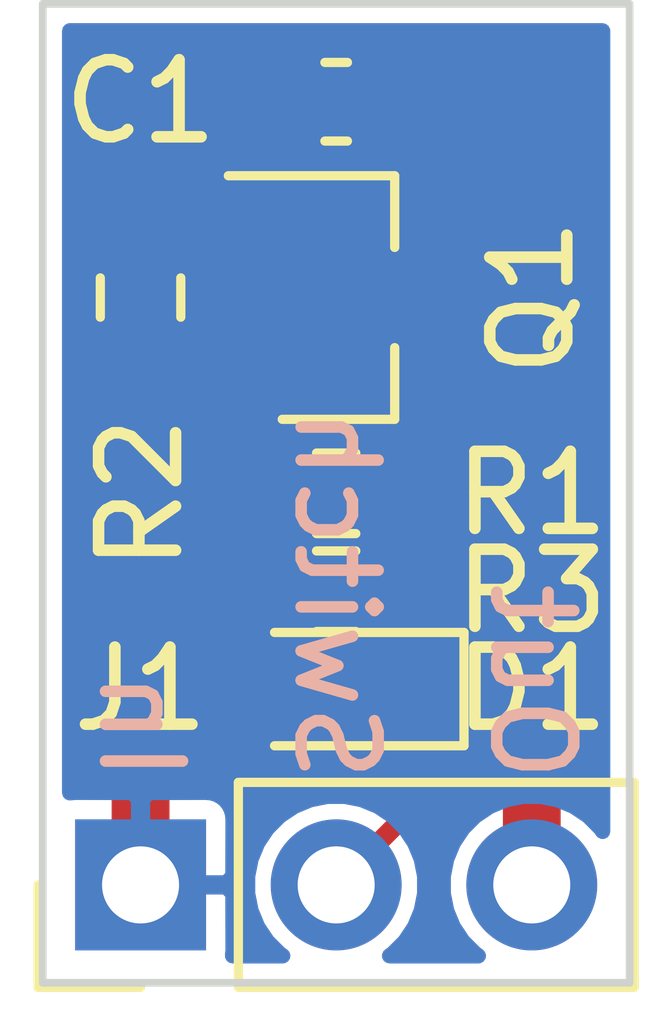
<source format=kicad_pcb>
(kicad_pcb (version 20171130) (host pcbnew 5.1.8)

  (general
    (thickness 1.6)
    (drawings 7)
    (tracks 23)
    (zones 0)
    (modules 7)
    (nets 6)
  )

  (page A4)
  (layers
    (0 F.Cu signal)
    (31 B.Cu signal)
    (32 B.Adhes user)
    (33 F.Adhes user)
    (34 B.Paste user)
    (35 F.Paste user)
    (36 B.SilkS user)
    (37 F.SilkS user)
    (38 B.Mask user)
    (39 F.Mask user)
    (40 Dwgs.User user)
    (41 Cmts.User user)
    (42 Eco1.User user)
    (43 Eco2.User user)
    (44 Edge.Cuts user)
    (45 Margin user)
    (46 B.CrtYd user)
    (47 F.CrtYd user)
    (48 B.Fab user)
    (49 F.Fab user hide)
  )

  (setup
    (last_trace_width 0.25)
    (user_trace_width 0.75)
    (user_trace_width 1)
    (trace_clearance 0.2)
    (zone_clearance 0.508)
    (zone_45_only no)
    (trace_min 0.2)
    (via_size 0.8)
    (via_drill 0.4)
    (via_min_size 0.4)
    (via_min_drill 0.3)
    (uvia_size 0.3)
    (uvia_drill 0.1)
    (uvias_allowed no)
    (uvia_min_size 0.2)
    (uvia_min_drill 0.1)
    (edge_width 0.1)
    (segment_width 0.2)
    (pcb_text_width 0.3)
    (pcb_text_size 1.5 1.5)
    (mod_edge_width 0.15)
    (mod_text_size 1 1)
    (mod_text_width 0.15)
    (pad_size 1.524 1.524)
    (pad_drill 0.762)
    (pad_to_mask_clearance 0)
    (aux_axis_origin 0 0)
    (visible_elements FFFFFF7F)
    (pcbplotparams
      (layerselection 0x010fc_ffffffff)
      (usegerberextensions false)
      (usegerberattributes true)
      (usegerberadvancedattributes true)
      (creategerberjobfile true)
      (excludeedgelayer true)
      (linewidth 0.100000)
      (plotframeref false)
      (viasonmask false)
      (mode 1)
      (useauxorigin false)
      (hpglpennumber 1)
      (hpglpenspeed 20)
      (hpglpendiameter 15.000000)
      (psnegative false)
      (psa4output false)
      (plotreference true)
      (plotvalue true)
      (plotinvisibletext false)
      (padsonsilk false)
      (subtractmaskfromsilk false)
      (outputformat 1)
      (mirror false)
      (drillshape 1)
      (scaleselection 1)
      (outputdirectory ""))
  )

  (net 0 "")
  (net 1 "Net-(C1-Pad1)")
  (net 2 "Net-(C1-Pad2)")
  (net 3 "Net-(D1-Pad1)")
  (net 4 "Net-(D1-Pad2)")
  (net 5 "Net-(J1-Pad1)")

  (net_class Default "This is the default net class."
    (clearance 0.2)
    (trace_width 0.25)
    (via_dia 0.8)
    (via_drill 0.4)
    (uvia_dia 0.3)
    (uvia_drill 0.1)
    (add_net "Net-(C1-Pad1)")
    (add_net "Net-(C1-Pad2)")
    (add_net "Net-(D1-Pad1)")
    (add_net "Net-(D1-Pad2)")
    (add_net "Net-(J1-Pad1)")
  )

  (module Capacitor_SMD:C_0603_1608Metric_Pad1.08x0.95mm_HandSolder (layer F.Cu) (tedit 5F68FEEF) (tstamp 5FF1DAF6)
    (at 50.8 40.64 180)
    (descr "Capacitor SMD 0603 (1608 Metric), square (rectangular) end terminal, IPC_7351 nominal with elongated pad for handsoldering. (Body size source: IPC-SM-782 page 76, https://www.pcb-3d.com/wordpress/wp-content/uploads/ipc-sm-782a_amendment_1_and_2.pdf), generated with kicad-footprint-generator")
    (tags "capacitor handsolder")
    (path /600B1D86)
    (attr smd)
    (fp_text reference C1 (at 2.54 0) (layer F.SilkS)
      (effects (font (size 1 1) (thickness 0.15)))
    )
    (fp_text value 1n (at 0 1.43) (layer F.Fab)
      (effects (font (size 1 1) (thickness 0.15)))
    )
    (fp_line (start 1.65 0.73) (end -1.65 0.73) (layer F.CrtYd) (width 0.05))
    (fp_line (start 1.65 -0.73) (end 1.65 0.73) (layer F.CrtYd) (width 0.05))
    (fp_line (start -1.65 -0.73) (end 1.65 -0.73) (layer F.CrtYd) (width 0.05))
    (fp_line (start -1.65 0.73) (end -1.65 -0.73) (layer F.CrtYd) (width 0.05))
    (fp_line (start -0.146267 0.51) (end 0.146267 0.51) (layer F.SilkS) (width 0.12))
    (fp_line (start -0.146267 -0.51) (end 0.146267 -0.51) (layer F.SilkS) (width 0.12))
    (fp_line (start 0.8 0.4) (end -0.8 0.4) (layer F.Fab) (width 0.1))
    (fp_line (start 0.8 -0.4) (end 0.8 0.4) (layer F.Fab) (width 0.1))
    (fp_line (start -0.8 -0.4) (end 0.8 -0.4) (layer F.Fab) (width 0.1))
    (fp_line (start -0.8 0.4) (end -0.8 -0.4) (layer F.Fab) (width 0.1))
    (fp_text user %R (at 0 0) (layer F.Fab)
      (effects (font (size 0.4 0.4) (thickness 0.06)))
    )
    (pad 1 smd roundrect (at -0.8625 0 180) (size 1.075 0.95) (layers F.Cu F.Paste F.Mask) (roundrect_rratio 0.25)
      (net 1 "Net-(C1-Pad1)"))
    (pad 2 smd roundrect (at 0.8625 0 180) (size 1.075 0.95) (layers F.Cu F.Paste F.Mask) (roundrect_rratio 0.25)
      (net 2 "Net-(C1-Pad2)"))
    (model ${KISYS3DMOD}/Capacitor_SMD.3dshapes/C_0603_1608Metric.wrl
      (at (xyz 0 0 0))
      (scale (xyz 1 1 1))
      (rotate (xyz 0 0 0))
    )
  )

  (module LED_SMD:LED_0603_1608Metric_Pad1.05x0.95mm_HandSolder (layer F.Cu) (tedit 5F68FEF1) (tstamp 5FF1DB09)
    (at 50.8 48.26 180)
    (descr "LED SMD 0603 (1608 Metric), square (rectangular) end terminal, IPC_7351 nominal, (Body size source: http://www.tortai-tech.com/upload/download/2011102023233369053.pdf), generated with kicad-footprint-generator")
    (tags "LED handsolder")
    (path /608E102D)
    (attr smd)
    (fp_text reference D1 (at -2.54 0) (layer F.SilkS)
      (effects (font (size 1 1) (thickness 0.15)))
    )
    (fp_text value LED (at 0 1.43) (layer F.Fab)
      (effects (font (size 1 1) (thickness 0.15)))
    )
    (fp_line (start 1.65 0.73) (end -1.65 0.73) (layer F.CrtYd) (width 0.05))
    (fp_line (start 1.65 -0.73) (end 1.65 0.73) (layer F.CrtYd) (width 0.05))
    (fp_line (start -1.65 -0.73) (end 1.65 -0.73) (layer F.CrtYd) (width 0.05))
    (fp_line (start -1.65 0.73) (end -1.65 -0.73) (layer F.CrtYd) (width 0.05))
    (fp_line (start -1.66 0.735) (end 0.8 0.735) (layer F.SilkS) (width 0.12))
    (fp_line (start -1.66 -0.735) (end -1.66 0.735) (layer F.SilkS) (width 0.12))
    (fp_line (start 0.8 -0.735) (end -1.66 -0.735) (layer F.SilkS) (width 0.12))
    (fp_line (start 0.8 0.4) (end 0.8 -0.4) (layer F.Fab) (width 0.1))
    (fp_line (start -0.8 0.4) (end 0.8 0.4) (layer F.Fab) (width 0.1))
    (fp_line (start -0.8 -0.1) (end -0.8 0.4) (layer F.Fab) (width 0.1))
    (fp_line (start -0.5 -0.4) (end -0.8 -0.1) (layer F.Fab) (width 0.1))
    (fp_line (start 0.8 -0.4) (end -0.5 -0.4) (layer F.Fab) (width 0.1))
    (fp_text user %R (at 0 0) (layer F.Fab)
      (effects (font (size 0.4 0.4) (thickness 0.06)))
    )
    (pad 1 smd roundrect (at -0.875 0 180) (size 1.05 0.95) (layers F.Cu F.Paste F.Mask) (roundrect_rratio 0.25)
      (net 3 "Net-(D1-Pad1)"))
    (pad 2 smd roundrect (at 0.875 0 180) (size 1.05 0.95) (layers F.Cu F.Paste F.Mask) (roundrect_rratio 0.25)
      (net 4 "Net-(D1-Pad2)"))
    (model ${KISYS3DMOD}/LED_SMD.3dshapes/LED_0603_1608Metric.wrl
      (at (xyz 0 0 0))
      (scale (xyz 1 1 1))
      (rotate (xyz 0 0 0))
    )
  )

  (module Connector_PinHeader_2.54mm:PinHeader_1x03_P2.54mm_Vertical (layer F.Cu) (tedit 59FED5CC) (tstamp 5FF1DB20)
    (at 48.26 50.8 90)
    (descr "Through hole straight pin header, 1x03, 2.54mm pitch, single row")
    (tags "Through hole pin header THT 1x03 2.54mm single row")
    (path /60BD7A40)
    (fp_text reference J1 (at 2.54 0) (layer F.SilkS)
      (effects (font (size 1 1) (thickness 0.15)))
    )
    (fp_text value Conn_01x03 (at 0 7.41 90) (layer F.Fab)
      (effects (font (size 1 1) (thickness 0.15)))
    )
    (fp_line (start 1.8 -1.8) (end -1.8 -1.8) (layer F.CrtYd) (width 0.05))
    (fp_line (start 1.8 6.85) (end 1.8 -1.8) (layer F.CrtYd) (width 0.05))
    (fp_line (start -1.8 6.85) (end 1.8 6.85) (layer F.CrtYd) (width 0.05))
    (fp_line (start -1.8 -1.8) (end -1.8 6.85) (layer F.CrtYd) (width 0.05))
    (fp_line (start -1.33 -1.33) (end 0 -1.33) (layer F.SilkS) (width 0.12))
    (fp_line (start -1.33 0) (end -1.33 -1.33) (layer F.SilkS) (width 0.12))
    (fp_line (start -1.33 1.27) (end 1.33 1.27) (layer F.SilkS) (width 0.12))
    (fp_line (start 1.33 1.27) (end 1.33 6.41) (layer F.SilkS) (width 0.12))
    (fp_line (start -1.33 1.27) (end -1.33 6.41) (layer F.SilkS) (width 0.12))
    (fp_line (start -1.33 6.41) (end 1.33 6.41) (layer F.SilkS) (width 0.12))
    (fp_line (start -1.27 -0.635) (end -0.635 -1.27) (layer F.Fab) (width 0.1))
    (fp_line (start -1.27 6.35) (end -1.27 -0.635) (layer F.Fab) (width 0.1))
    (fp_line (start 1.27 6.35) (end -1.27 6.35) (layer F.Fab) (width 0.1))
    (fp_line (start 1.27 -1.27) (end 1.27 6.35) (layer F.Fab) (width 0.1))
    (fp_line (start -0.635 -1.27) (end 1.27 -1.27) (layer F.Fab) (width 0.1))
    (fp_text user %R (at 0 2.54) (layer F.Fab)
      (effects (font (size 1 1) (thickness 0.15)))
    )
    (pad 1 thru_hole rect (at 0 0 90) (size 1.7 1.7) (drill 1) (layers *.Cu *.Mask)
      (net 5 "Net-(J1-Pad1)"))
    (pad 2 thru_hole oval (at 0 2.54 90) (size 1.7 1.7) (drill 1) (layers *.Cu *.Mask)
      (net 3 "Net-(D1-Pad1)"))
    (pad 3 thru_hole oval (at 0 5.08 90) (size 1.7 1.7) (drill 1) (layers *.Cu *.Mask)
      (net 1 "Net-(C1-Pad1)"))
    (model ${KISYS3DMOD}/Connector_PinHeader_2.54mm.3dshapes/PinHeader_1x03_P2.54mm_Vertical.wrl
      (at (xyz 0 0 0))
      (scale (xyz 1 1 1))
      (rotate (xyz 0 0 0))
    )
  )

  (module Package_TO_SOT_SMD:SOT-23 (layer F.Cu) (tedit 5A02FF57) (tstamp 5FF1DB35)
    (at 50.8 43.18)
    (descr "SOT-23, Standard")
    (tags SOT-23)
    (path /60086823)
    (attr smd)
    (fp_text reference Q1 (at 2.54 0 90) (layer F.SilkS)
      (effects (font (size 1 1) (thickness 0.15)))
    )
    (fp_text value SSM3J378R (at 0 2.5) (layer F.Fab)
      (effects (font (size 1 1) (thickness 0.15)))
    )
    (fp_line (start 0.76 1.58) (end -0.7 1.58) (layer F.SilkS) (width 0.12))
    (fp_line (start 0.76 -1.58) (end -1.4 -1.58) (layer F.SilkS) (width 0.12))
    (fp_line (start -1.7 1.75) (end -1.7 -1.75) (layer F.CrtYd) (width 0.05))
    (fp_line (start 1.7 1.75) (end -1.7 1.75) (layer F.CrtYd) (width 0.05))
    (fp_line (start 1.7 -1.75) (end 1.7 1.75) (layer F.CrtYd) (width 0.05))
    (fp_line (start -1.7 -1.75) (end 1.7 -1.75) (layer F.CrtYd) (width 0.05))
    (fp_line (start 0.76 -1.58) (end 0.76 -0.65) (layer F.SilkS) (width 0.12))
    (fp_line (start 0.76 1.58) (end 0.76 0.65) (layer F.SilkS) (width 0.12))
    (fp_line (start -0.7 1.52) (end 0.7 1.52) (layer F.Fab) (width 0.1))
    (fp_line (start 0.7 -1.52) (end 0.7 1.52) (layer F.Fab) (width 0.1))
    (fp_line (start -0.7 -0.95) (end -0.15 -1.52) (layer F.Fab) (width 0.1))
    (fp_line (start -0.15 -1.52) (end 0.7 -1.52) (layer F.Fab) (width 0.1))
    (fp_line (start -0.7 -0.95) (end -0.7 1.5) (layer F.Fab) (width 0.1))
    (fp_text user %R (at 0 0 90) (layer F.Fab)
      (effects (font (size 0.5 0.5) (thickness 0.075)))
    )
    (pad 1 smd rect (at -1 -0.95) (size 0.9 0.8) (layers F.Cu F.Paste F.Mask)
      (net 2 "Net-(C1-Pad2)"))
    (pad 2 smd rect (at -1 0.95) (size 0.9 0.8) (layers F.Cu F.Paste F.Mask)
      (net 5 "Net-(J1-Pad1)"))
    (pad 3 smd rect (at 1 0) (size 0.9 0.8) (layers F.Cu F.Paste F.Mask)
      (net 1 "Net-(C1-Pad1)"))
    (model ${KISYS3DMOD}/Package_TO_SOT_SMD.3dshapes/SOT-23.wrl
      (at (xyz 0 0 0))
      (scale (xyz 1 1 1))
      (rotate (xyz 0 0 0))
    )
  )

  (module Resistor_SMD:R_0603_1608Metric_Pad0.98x0.95mm_HandSolder (layer F.Cu) (tedit 5F68FEEE) (tstamp 5FF1DB46)
    (at 50.8 45.72)
    (descr "Resistor SMD 0603 (1608 Metric), square (rectangular) end terminal, IPC_7351 nominal with elongated pad for handsoldering. (Body size source: IPC-SM-782 page 72, https://www.pcb-3d.com/wordpress/wp-content/uploads/ipc-sm-782a_amendment_1_and_2.pdf), generated with kicad-footprint-generator")
    (tags "resistor handsolder")
    (path /60086815)
    (attr smd)
    (fp_text reference R1 (at 2.54 0) (layer F.SilkS)
      (effects (font (size 1 1) (thickness 0.15)))
    )
    (fp_text value 10K (at 0 1.43) (layer F.Fab)
      (effects (font (size 1 1) (thickness 0.15)))
    )
    (fp_line (start 1.65 0.73) (end -1.65 0.73) (layer F.CrtYd) (width 0.05))
    (fp_line (start 1.65 -0.73) (end 1.65 0.73) (layer F.CrtYd) (width 0.05))
    (fp_line (start -1.65 -0.73) (end 1.65 -0.73) (layer F.CrtYd) (width 0.05))
    (fp_line (start -1.65 0.73) (end -1.65 -0.73) (layer F.CrtYd) (width 0.05))
    (fp_line (start -0.254724 0.5225) (end 0.254724 0.5225) (layer F.SilkS) (width 0.12))
    (fp_line (start -0.254724 -0.5225) (end 0.254724 -0.5225) (layer F.SilkS) (width 0.12))
    (fp_line (start 0.8 0.4125) (end -0.8 0.4125) (layer F.Fab) (width 0.1))
    (fp_line (start 0.8 -0.4125) (end 0.8 0.4125) (layer F.Fab) (width 0.1))
    (fp_line (start -0.8 -0.4125) (end 0.8 -0.4125) (layer F.Fab) (width 0.1))
    (fp_line (start -0.8 0.4125) (end -0.8 -0.4125) (layer F.Fab) (width 0.1))
    (fp_text user %R (at 0 0) (layer F.Fab)
      (effects (font (size 0.4 0.4) (thickness 0.06)))
    )
    (pad 1 smd roundrect (at -0.9125 0) (size 0.975 0.95) (layers F.Cu F.Paste F.Mask) (roundrect_rratio 0.25)
      (net 2 "Net-(C1-Pad2)"))
    (pad 2 smd roundrect (at 0.9125 0) (size 0.975 0.95) (layers F.Cu F.Paste F.Mask) (roundrect_rratio 0.25)
      (net 3 "Net-(D1-Pad1)"))
    (model ${KISYS3DMOD}/Resistor_SMD.3dshapes/R_0603_1608Metric.wrl
      (at (xyz 0 0 0))
      (scale (xyz 1 1 1))
      (rotate (xyz 0 0 0))
    )
  )

  (module Resistor_SMD:R_0603_1608Metric_Pad0.98x0.95mm_HandSolder (layer F.Cu) (tedit 5F68FEEE) (tstamp 5FF1DB57)
    (at 48.26 43.18 270)
    (descr "Resistor SMD 0603 (1608 Metric), square (rectangular) end terminal, IPC_7351 nominal with elongated pad for handsoldering. (Body size source: IPC-SM-782 page 72, https://www.pcb-3d.com/wordpress/wp-content/uploads/ipc-sm-782a_amendment_1_and_2.pdf), generated with kicad-footprint-generator")
    (tags "resistor handsolder")
    (path /6008681D)
    (attr smd)
    (fp_text reference R2 (at 2.54 0 90) (layer F.SilkS)
      (effects (font (size 1 1) (thickness 0.15)))
    )
    (fp_text value 100K (at 0 1.43 90) (layer F.Fab)
      (effects (font (size 1 1) (thickness 0.15)))
    )
    (fp_text user %R (at 0 0 90) (layer F.Fab)
      (effects (font (size 0.4 0.4) (thickness 0.06)))
    )
    (fp_line (start -0.8 0.4125) (end -0.8 -0.4125) (layer F.Fab) (width 0.1))
    (fp_line (start -0.8 -0.4125) (end 0.8 -0.4125) (layer F.Fab) (width 0.1))
    (fp_line (start 0.8 -0.4125) (end 0.8 0.4125) (layer F.Fab) (width 0.1))
    (fp_line (start 0.8 0.4125) (end -0.8 0.4125) (layer F.Fab) (width 0.1))
    (fp_line (start -0.254724 -0.5225) (end 0.254724 -0.5225) (layer F.SilkS) (width 0.12))
    (fp_line (start -0.254724 0.5225) (end 0.254724 0.5225) (layer F.SilkS) (width 0.12))
    (fp_line (start -1.65 0.73) (end -1.65 -0.73) (layer F.CrtYd) (width 0.05))
    (fp_line (start -1.65 -0.73) (end 1.65 -0.73) (layer F.CrtYd) (width 0.05))
    (fp_line (start 1.65 -0.73) (end 1.65 0.73) (layer F.CrtYd) (width 0.05))
    (fp_line (start 1.65 0.73) (end -1.65 0.73) (layer F.CrtYd) (width 0.05))
    (pad 2 smd roundrect (at 0.9125 0 270) (size 0.975 0.95) (layers F.Cu F.Paste F.Mask) (roundrect_rratio 0.25)
      (net 5 "Net-(J1-Pad1)"))
    (pad 1 smd roundrect (at -0.9125 0 270) (size 0.975 0.95) (layers F.Cu F.Paste F.Mask) (roundrect_rratio 0.25)
      (net 2 "Net-(C1-Pad2)"))
    (model ${KISYS3DMOD}/Resistor_SMD.3dshapes/R_0603_1608Metric.wrl
      (at (xyz 0 0 0))
      (scale (xyz 1 1 1))
      (rotate (xyz 0 0 0))
    )
  )

  (module Resistor_SMD:R_0603_1608Metric_Pad0.98x0.95mm_HandSolder (layer F.Cu) (tedit 5F68FEEE) (tstamp 5FF1DB68)
    (at 50.8 46.99)
    (descr "Resistor SMD 0603 (1608 Metric), square (rectangular) end terminal, IPC_7351 nominal with elongated pad for handsoldering. (Body size source: IPC-SM-782 page 72, https://www.pcb-3d.com/wordpress/wp-content/uploads/ipc-sm-782a_amendment_1_and_2.pdf), generated with kicad-footprint-generator")
    (tags "resistor handsolder")
    (path /608E1033)
    (attr smd)
    (fp_text reference R3 (at 2.54 0) (layer F.SilkS)
      (effects (font (size 1 1) (thickness 0.15)))
    )
    (fp_text value 10K (at 0 1.43) (layer F.Fab)
      (effects (font (size 1 1) (thickness 0.15)))
    )
    (fp_line (start 1.65 0.73) (end -1.65 0.73) (layer F.CrtYd) (width 0.05))
    (fp_line (start 1.65 -0.73) (end 1.65 0.73) (layer F.CrtYd) (width 0.05))
    (fp_line (start -1.65 -0.73) (end 1.65 -0.73) (layer F.CrtYd) (width 0.05))
    (fp_line (start -1.65 0.73) (end -1.65 -0.73) (layer F.CrtYd) (width 0.05))
    (fp_line (start -0.254724 0.5225) (end 0.254724 0.5225) (layer F.SilkS) (width 0.12))
    (fp_line (start -0.254724 -0.5225) (end 0.254724 -0.5225) (layer F.SilkS) (width 0.12))
    (fp_line (start 0.8 0.4125) (end -0.8 0.4125) (layer F.Fab) (width 0.1))
    (fp_line (start 0.8 -0.4125) (end 0.8 0.4125) (layer F.Fab) (width 0.1))
    (fp_line (start -0.8 -0.4125) (end 0.8 -0.4125) (layer F.Fab) (width 0.1))
    (fp_line (start -0.8 0.4125) (end -0.8 -0.4125) (layer F.Fab) (width 0.1))
    (fp_text user %R (at 0 0) (layer F.Fab)
      (effects (font (size 0.4 0.4) (thickness 0.06)))
    )
    (pad 1 smd roundrect (at -0.9125 0) (size 0.975 0.95) (layers F.Cu F.Paste F.Mask) (roundrect_rratio 0.25)
      (net 5 "Net-(J1-Pad1)"))
    (pad 2 smd roundrect (at 0.9125 0) (size 0.975 0.95) (layers F.Cu F.Paste F.Mask) (roundrect_rratio 0.25)
      (net 4 "Net-(D1-Pad2)"))
    (model ${KISYS3DMOD}/Resistor_SMD.3dshapes/R_0603_1608Metric.wrl
      (at (xyz 0 0 0))
      (scale (xyz 1 1 1))
      (rotate (xyz 0 0 0))
    )
  )

  (gr_text Out (at 53.34 49.53 270) (layer B.SilkS) (tstamp 5FF1E73A)
    (effects (font (size 1 1) (thickness 0.15)) (justify left mirror))
  )
  (gr_text Switch (at 50.8 49.53 270) (layer B.SilkS) (tstamp 5FF1E73A)
    (effects (font (size 1 1) (thickness 0.15)) (justify left mirror))
  )
  (gr_text In (at 48.26 49.53 270) (layer B.SilkS)
    (effects (font (size 1 1) (thickness 0.15)) (justify left mirror))
  )
  (gr_line (start 54.61 52.07) (end 46.99 52.07) (layer Edge.Cuts) (width 0.1) (tstamp 5FF1E50F))
  (gr_line (start 54.61 39.37) (end 54.61 52.07) (layer Edge.Cuts) (width 0.1))
  (gr_line (start 46.99 39.37) (end 54.61 39.37) (layer Edge.Cuts) (width 0.1))
  (gr_line (start 46.99 52.07) (end 46.99 39.37) (layer Edge.Cuts) (width 0.1))

  (segment (start 53.34 44.72) (end 51.8 43.18) (width 0.75) (layer F.Cu) (net 1))
  (segment (start 53.34 50.8) (end 53.34 44.72) (width 0.75) (layer F.Cu) (net 1))
  (segment (start 51.8 43.18) (end 51.6625 40.64) (width 0.75) (layer F.Cu) (net 1))
  (segment (start 49.7625 42.2675) (end 49.8 42.23) (width 0.25) (layer F.Cu) (net 2))
  (segment (start 48.26 42.2675) (end 49.7625 42.2675) (width 0.25) (layer F.Cu) (net 2))
  (segment (start 49.8 42.23) (end 49.85 42.23) (width 0.25) (layer F.Cu) (net 2))
  (segment (start 49.85 42.23) (end 50.8 43.18) (width 0.25) (layer F.Cu) (net 2))
  (segment (start 50.8 44.8075) (end 49.8875 45.72) (width 0.25) (layer F.Cu) (net 2))
  (segment (start 50.8 43.18) (end 50.8 44.8075) (width 0.25) (layer F.Cu) (net 2))
  (segment (start 49.8 42.23) (end 49.9375 40.64) (width 0.25) (layer F.Cu) (net 2))
  (segment (start 52.324 45.72) (end 52.52501 45.92101) (width 0.25) (layer F.Cu) (net 3))
  (segment (start 51.7125 45.72) (end 52.324 45.72) (width 0.25) (layer F.Cu) (net 3))
  (segment (start 52.52501 45.92101) (end 52.52501 48.05899) (width 0.25) (layer F.Cu) (net 3))
  (segment (start 52.52501 48.05899) (end 52.324 48.26) (width 0.25) (layer F.Cu) (net 3))
  (segment (start 52.324 48.26) (end 51.675 48.26) (width 0.25) (layer F.Cu) (net 3))
  (segment (start 51.675 48.26) (end 51.675 49.925) (width 0.25) (layer F.Cu) (net 3))
  (segment (start 51.675 49.925) (end 50.8 50.8) (width 0.25) (layer F.Cu) (net 3))
  (segment (start 49.925 48.26) (end 51.7125 46.99) (width 0.25) (layer F.Cu) (net 4))
  (segment (start 49.8875 46.99) (end 48.26 46.99) (width 0.75) (layer F.Cu) (net 5))
  (segment (start 48.26 46.99) (end 48.26 44.0925) (width 0.75) (layer F.Cu) (net 5))
  (segment (start 48.26 50.8) (end 48.26 46.99) (width 0.75) (layer F.Cu) (net 5))
  (segment (start 48.26 44.0925) (end 49.8 44.13) (width 0.75) (layer F.Cu) (net 5))
  (segment (start 48.26 50.8) (end 48.26 44.0925) (width 0.75) (layer F.Cu) (net 5))

  (zone (net 5) (net_name "Net-(J1-Pad1)") (layer B.Cu) (tstamp 0) (hatch edge 0.508)
    (connect_pads (clearance 0.2))
    (min_thickness 0.2)
    (fill yes (arc_segments 32) (thermal_gap 0.25) (thermal_bridge_width 0.25))
    (polygon
      (pts
        (xy 54.61 52.07) (xy 46.99 52.07) (xy 46.99 39.37) (xy 54.61 39.37)
      )
    )
    (filled_polygon
      (pts
        (xy 54.260001 50.106934) (xy 54.233263 50.066918) (xy 54.073082 49.906737) (xy 53.884729 49.780884) (xy 53.675443 49.694194)
        (xy 53.453265 49.65) (xy 53.226735 49.65) (xy 53.004557 49.694194) (xy 52.795271 49.780884) (xy 52.606918 49.906737)
        (xy 52.446737 50.066918) (xy 52.320884 50.255271) (xy 52.234194 50.464557) (xy 52.19 50.686735) (xy 52.19 50.913265)
        (xy 52.234194 51.135443) (xy 52.320884 51.344729) (xy 52.446737 51.533082) (xy 52.606918 51.693263) (xy 52.646933 51.72)
        (xy 51.493067 51.72) (xy 51.533082 51.693263) (xy 51.693263 51.533082) (xy 51.819116 51.344729) (xy 51.905806 51.135443)
        (xy 51.95 50.913265) (xy 51.95 50.686735) (xy 51.905806 50.464557) (xy 51.819116 50.255271) (xy 51.693263 50.066918)
        (xy 51.533082 49.906737) (xy 51.344729 49.780884) (xy 51.135443 49.694194) (xy 50.913265 49.65) (xy 50.686735 49.65)
        (xy 50.464557 49.694194) (xy 50.255271 49.780884) (xy 50.066918 49.906737) (xy 49.906737 50.066918) (xy 49.780884 50.255271)
        (xy 49.694194 50.464557) (xy 49.65 50.686735) (xy 49.65 50.913265) (xy 49.694194 51.135443) (xy 49.780884 51.344729)
        (xy 49.906737 51.533082) (xy 50.066918 51.693263) (xy 50.106933 51.72) (xy 49.454515 51.72) (xy 49.454936 51.718612)
        (xy 49.461694 51.65) (xy 49.46 50.9125) (xy 49.3725 50.825) (xy 48.285 50.825) (xy 48.285 50.845)
        (xy 48.235 50.845) (xy 48.235 50.825) (xy 48.215 50.825) (xy 48.215 50.775) (xy 48.235 50.775)
        (xy 48.235 49.6875) (xy 48.285 49.6875) (xy 48.285 50.775) (xy 49.3725 50.775) (xy 49.46 50.6875)
        (xy 49.461694 49.95) (xy 49.454936 49.881388) (xy 49.434923 49.815413) (xy 49.402423 49.754609) (xy 49.358685 49.701315)
        (xy 49.305391 49.657577) (xy 49.244587 49.625077) (xy 49.178612 49.605064) (xy 49.11 49.598306) (xy 48.3725 49.6)
        (xy 48.285 49.6875) (xy 48.235 49.6875) (xy 48.1475 49.6) (xy 47.41 49.598306) (xy 47.341388 49.605064)
        (xy 47.34 49.605485) (xy 47.34 39.72) (xy 54.26 39.72)
      )
    )
  )
)

</source>
